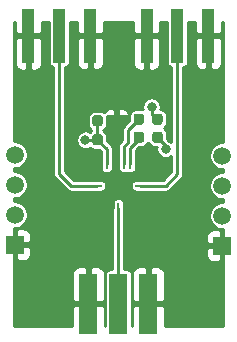
<source format=gbr>
%TF.GenerationSoftware,KiCad,Pcbnew,(5.1.6-rc1-6-g4e217d402)-1*%
%TF.CreationDate,2020-05-13T14:18:14-04:00*%
%TF.ProjectId,RF_Switch,52465f53-7769-4746-9368-2e6b69636164,rev?*%
%TF.SameCoordinates,Original*%
%TF.FileFunction,Copper,L1,Top*%
%TF.FilePolarity,Positive*%
%FSLAX46Y46*%
G04 Gerber Fmt 4.6, Leading zero omitted, Abs format (unit mm)*
G04 Created by KiCad (PCBNEW (5.1.6-rc1-6-g4e217d402)-1) date 2020-05-13 14:18:14*
%MOMM*%
%LPD*%
G01*
G04 APERTURE LIST*
%TA.AperFunction,SMDPad,CuDef*%
%ADD10R,1.500000X5.080000*%
%TD*%
%TA.AperFunction,SMDPad,CuDef*%
%ADD11R,1.520000X5.080000*%
%TD*%
%TA.AperFunction,SMDPad,CuDef*%
%ADD12R,1.000000X4.560000*%
%TD*%
%TA.AperFunction,SMDPad,CuDef*%
%ADD13R,1.000000X4.650000*%
%TD*%
%TA.AperFunction,ComponentPad*%
%ADD14R,1.500000X1.500000*%
%TD*%
%TA.AperFunction,ComponentPad*%
%ADD15C,1.500000*%
%TD*%
%TA.AperFunction,SMDPad,CuDef*%
%ADD16R,2.060000X2.060000*%
%TD*%
%TA.AperFunction,SMDPad,CuDef*%
%ADD17R,0.250000X0.810000*%
%TD*%
%TA.AperFunction,SMDPad,CuDef*%
%ADD18R,0.810000X0.250000*%
%TD*%
%TA.AperFunction,ViaPad*%
%ADD19C,0.800000*%
%TD*%
%TA.AperFunction,Conductor*%
%ADD20C,0.254000*%
%TD*%
%TA.AperFunction,Conductor*%
%ADD21C,0.250000*%
%TD*%
G04 APERTURE END LIST*
%TO.P,C2,2*%
%TO.N,GND*%
%TA.AperFunction,SMDPad,CuDef*%
G36*
G01*
X164362500Y-69756250D02*
X164362500Y-69243750D01*
G75*
G02*
X164581250Y-69025000I218750J0D01*
G01*
X165018750Y-69025000D01*
G75*
G02*
X165237500Y-69243750I0J-218750D01*
G01*
X165237500Y-69756250D01*
G75*
G02*
X165018750Y-69975000I-218750J0D01*
G01*
X164581250Y-69975000D01*
G75*
G02*
X164362500Y-69756250I0J218750D01*
G01*
G37*
%TD.AperFunction*%
%TO.P,C2,1*%
%TO.N,Net-(C1-Pad1)*%
%TA.AperFunction,SMDPad,CuDef*%
G36*
G01*
X162787500Y-69756250D02*
X162787500Y-69243750D01*
G75*
G02*
X163006250Y-69025000I218750J0D01*
G01*
X163443750Y-69025000D01*
G75*
G02*
X163662500Y-69243750I0J-218750D01*
G01*
X163662500Y-69756250D01*
G75*
G02*
X163443750Y-69975000I-218750J0D01*
G01*
X163006250Y-69975000D01*
G75*
G02*
X162787500Y-69756250I0J218750D01*
G01*
G37*
%TD.AperFunction*%
%TD*%
D10*
%TO.P,J3,2*%
%TO.N,GND*%
X162460000Y-85000000D03*
X167540000Y-85000000D03*
D11*
%TO.P,J3,1*%
%TO.N,Net-(J3-Pad1)*%
X165000000Y-85000000D03*
%TD*%
D12*
%TO.P,J4,2*%
%TO.N,GND*%
X172620000Y-62300000D03*
D13*
X167380000Y-62300000D03*
D12*
%TO.P,J4,1*%
%TO.N,Net-(J4-Pad1)*%
X170000000Y-62300000D03*
%TD*%
%TO.P,J1,2*%
%TO.N,GND*%
X162620000Y-62300000D03*
D13*
X157380000Y-62300000D03*
D12*
%TO.P,J1,1*%
%TO.N,Net-(J1-Pad1)*%
X160000000Y-62300000D03*
%TD*%
%TO.P,R2,2*%
%TO.N,Net-(R2-Pad2)*%
%TA.AperFunction,SMDPad,CuDef*%
G36*
G01*
X167162500Y-70643750D02*
X167162500Y-71156250D01*
G75*
G02*
X166943750Y-71375000I-218750J0D01*
G01*
X166506250Y-71375000D01*
G75*
G02*
X166287500Y-71156250I0J218750D01*
G01*
X166287500Y-70643750D01*
G75*
G02*
X166506250Y-70425000I218750J0D01*
G01*
X166943750Y-70425000D01*
G75*
G02*
X167162500Y-70643750I0J-218750D01*
G01*
G37*
%TD.AperFunction*%
%TO.P,R2,1*%
%TO.N,Net-(J2-Pad4)*%
%TA.AperFunction,SMDPad,CuDef*%
G36*
G01*
X168737500Y-70643750D02*
X168737500Y-71156250D01*
G75*
G02*
X168518750Y-71375000I-218750J0D01*
G01*
X168081250Y-71375000D01*
G75*
G02*
X167862500Y-71156250I0J218750D01*
G01*
X167862500Y-70643750D01*
G75*
G02*
X168081250Y-70425000I218750J0D01*
G01*
X168518750Y-70425000D01*
G75*
G02*
X168737500Y-70643750I0J-218750D01*
G01*
G37*
%TD.AperFunction*%
%TD*%
%TO.P,R1,2*%
%TO.N,Net-(R1-Pad2)*%
%TA.AperFunction,SMDPad,CuDef*%
G36*
G01*
X167160000Y-69113750D02*
X167160000Y-69626250D01*
G75*
G02*
X166941250Y-69845000I-218750J0D01*
G01*
X166503750Y-69845000D01*
G75*
G02*
X166285000Y-69626250I0J218750D01*
G01*
X166285000Y-69113750D01*
G75*
G02*
X166503750Y-68895000I218750J0D01*
G01*
X166941250Y-68895000D01*
G75*
G02*
X167160000Y-69113750I0J-218750D01*
G01*
G37*
%TD.AperFunction*%
%TO.P,R1,1*%
%TO.N,Net-(J2-Pad3)*%
%TA.AperFunction,SMDPad,CuDef*%
G36*
G01*
X168735000Y-69113750D02*
X168735000Y-69626250D01*
G75*
G02*
X168516250Y-69845000I-218750J0D01*
G01*
X168078750Y-69845000D01*
G75*
G02*
X167860000Y-69626250I0J218750D01*
G01*
X167860000Y-69113750D01*
G75*
G02*
X168078750Y-68895000I218750J0D01*
G01*
X168516250Y-68895000D01*
G75*
G02*
X168735000Y-69113750I0J-218750D01*
G01*
G37*
%TD.AperFunction*%
%TD*%
D14*
%TO.P,J5,1*%
%TO.N,GND*%
X173800000Y-80080000D03*
D15*
%TO.P,J5,2*%
%TO.N,Net-(C1-Pad1)*%
X173800000Y-77540000D03*
%TO.P,J5,3*%
%TO.N,Net-(J2-Pad3)*%
X173800000Y-75000000D03*
%TO.P,J5,4*%
%TO.N,Net-(J2-Pad4)*%
X173800000Y-72460000D03*
%TD*%
%TO.P,C1,2*%
%TO.N,GND*%
%TA.AperFunction,SMDPad,CuDef*%
G36*
G01*
X164362500Y-71356250D02*
X164362500Y-70843750D01*
G75*
G02*
X164581250Y-70625000I218750J0D01*
G01*
X165018750Y-70625000D01*
G75*
G02*
X165237500Y-70843750I0J-218750D01*
G01*
X165237500Y-71356250D01*
G75*
G02*
X165018750Y-71575000I-218750J0D01*
G01*
X164581250Y-71575000D01*
G75*
G02*
X164362500Y-71356250I0J218750D01*
G01*
G37*
%TD.AperFunction*%
%TO.P,C1,1*%
%TO.N,Net-(C1-Pad1)*%
%TA.AperFunction,SMDPad,CuDef*%
G36*
G01*
X162787500Y-71356250D02*
X162787500Y-70843750D01*
G75*
G02*
X163006250Y-70625000I218750J0D01*
G01*
X163443750Y-70625000D01*
G75*
G02*
X163662500Y-70843750I0J-218750D01*
G01*
X163662500Y-71356250D01*
G75*
G02*
X163443750Y-71575000I-218750J0D01*
G01*
X163006250Y-71575000D01*
G75*
G02*
X162787500Y-71356250I0J218750D01*
G01*
G37*
%TD.AperFunction*%
%TD*%
D16*
%TO.P,U1,0*%
%TO.N,GND*%
X165000000Y-75000000D03*
D17*
%TO.P,U1,6*%
X164000000Y-76845000D03*
%TO.P,U1,7*%
X164500000Y-76845000D03*
%TO.P,U1,8*%
%TO.N,Net-(J3-Pad1)*%
X165000000Y-76845000D03*
%TO.P,U1,9*%
%TO.N,GND*%
X165500000Y-76845000D03*
%TO.P,U1,10*%
X166000000Y-76845000D03*
%TO.P,U1,16*%
%TO.N,Net-(R2-Pad2)*%
X166000000Y-73155000D03*
%TO.P,U1,17*%
%TO.N,Net-(R1-Pad2)*%
X165500000Y-73155000D03*
%TO.P,U1,18*%
%TO.N,GND*%
X165000000Y-73155000D03*
%TO.P,U1,19*%
X164500000Y-73155000D03*
%TO.P,U1,20*%
%TO.N,Net-(C1-Pad1)*%
X164000000Y-73155000D03*
D18*
%TO.P,U1,11*%
%TO.N,GND*%
X166845000Y-76000000D03*
%TO.P,U1,12*%
X166845000Y-75500000D03*
%TO.P,U1,13*%
%TO.N,Net-(J4-Pad1)*%
X166845000Y-75000000D03*
%TO.P,U1,14*%
%TO.N,GND*%
X166845000Y-74500000D03*
%TO.P,U1,15*%
X166845000Y-74000000D03*
%TO.P,U1,5*%
X163155000Y-76000000D03*
%TO.P,U1,4*%
X163155000Y-75500000D03*
%TO.P,U1,3*%
%TO.N,Net-(J1-Pad1)*%
X163155000Y-75000000D03*
%TO.P,U1,2*%
%TO.N,GND*%
X163155000Y-74500000D03*
%TO.P,U1,1*%
X163155000Y-74000000D03*
%TD*%
D14*
%TO.P,J2,1*%
%TO.N,GND*%
X156200000Y-80000000D03*
D15*
%TO.P,J2,2*%
%TO.N,Net-(C1-Pad1)*%
X156200000Y-77460000D03*
%TO.P,J2,3*%
%TO.N,Net-(J2-Pad3)*%
X156200000Y-74920000D03*
%TO.P,J2,4*%
%TO.N,Net-(J2-Pad4)*%
X156200000Y-72380000D03*
%TD*%
D19*
%TO.N,GND*%
X157000000Y-66000000D03*
X158000000Y-66000000D03*
X162000000Y-66000000D03*
X164000000Y-66000000D03*
X166000000Y-66000000D03*
X168000000Y-66000000D03*
X172000000Y-66000000D03*
X162000000Y-73000000D03*
X162000000Y-74000000D03*
X161000000Y-81000000D03*
X162000000Y-81000000D03*
X163000000Y-81000000D03*
X167000000Y-81000000D03*
X168000000Y-81000000D03*
X169000000Y-81000000D03*
X170000000Y-82000000D03*
X170000000Y-83000000D03*
X170000000Y-84000000D03*
X170000000Y-85000000D03*
X170000000Y-86000000D03*
X160000000Y-82000000D03*
X160000000Y-83000000D03*
X160000000Y-84000000D03*
X160000000Y-85000000D03*
X160000000Y-86000000D03*
X157000000Y-67000000D03*
X158000000Y-67000000D03*
X157000000Y-68000000D03*
X158000000Y-68000000D03*
X163000000Y-66000000D03*
X165000000Y-66000000D03*
X169000000Y-66000000D03*
X167000000Y-66000000D03*
X173000000Y-66000000D03*
X171000000Y-66000000D03*
X172000000Y-67000000D03*
X173000000Y-67000000D03*
X172000000Y-68000000D03*
X173000000Y-68000000D03*
X170000000Y-81000000D03*
X160000000Y-81000000D03*
X157000000Y-69000000D03*
X158000000Y-69000000D03*
X172000000Y-69000000D03*
X173000000Y-69000000D03*
X161000000Y-66000000D03*
%TO.N,Net-(J2-Pad3)*%
X167800000Y-68300000D03*
%TO.N,Net-(J2-Pad4)*%
X169000000Y-71900000D03*
%TO.N,Net-(C1-Pad1)*%
X162200000Y-71100000D03*
%TD*%
D20*
%TO.N,Net-(J1-Pad1)*%
X160000000Y-62300000D02*
X160000000Y-74000000D01*
X160000000Y-74000000D02*
X161000000Y-75000000D01*
X161000000Y-75000000D02*
X163155000Y-75000000D01*
%TO.N,GND*%
X163155000Y-74000000D02*
X162000000Y-74000000D01*
X161970000Y-74000000D02*
X161730000Y-73760000D01*
X165000000Y-73155000D02*
X165000000Y-75000000D01*
X163155000Y-75500000D02*
X164500000Y-75500000D01*
X163155000Y-76000000D02*
X164000000Y-76000000D01*
X164000000Y-76000000D02*
X165000000Y-75000000D01*
X164000000Y-76845000D02*
X164000000Y-76000000D01*
X164500000Y-75500000D02*
X165000000Y-75000000D01*
X164500000Y-76845000D02*
X164500000Y-75500000D01*
X165500000Y-76845000D02*
X165500000Y-75500000D01*
X166000000Y-76845000D02*
X166000000Y-76000000D01*
X165500000Y-75500000D02*
X165000000Y-75000000D01*
X166845000Y-75500000D02*
X165500000Y-75500000D01*
X166000000Y-76000000D02*
X165000000Y-75000000D01*
X166845000Y-76000000D02*
X166000000Y-76000000D01*
X165500000Y-74500000D02*
X165000000Y-75000000D01*
X166845000Y-74500000D02*
X165500000Y-74500000D01*
X166000000Y-74000000D02*
X165000000Y-75000000D01*
X166845000Y-74000000D02*
X166000000Y-74000000D01*
X164500000Y-73155000D02*
X164500000Y-74500000D01*
X164000000Y-74000000D02*
X165000000Y-75000000D01*
X163155000Y-74000000D02*
X164000000Y-74000000D01*
X164500000Y-74500000D02*
X165000000Y-75000000D01*
X163155000Y-74500000D02*
X164500000Y-74500000D01*
X162000000Y-74000000D02*
X161970000Y-74000000D01*
%TO.N,Net-(J2-Pad3)*%
X167800000Y-68300000D02*
X167800000Y-69000000D01*
D21*
X168170000Y-69370000D02*
X167800000Y-69000000D01*
X168297500Y-69370000D02*
X168170000Y-69370000D01*
D20*
%TO.N,Net-(J2-Pad4)*%
X169000000Y-71600000D02*
X168300000Y-70900000D01*
X169000000Y-71900000D02*
X169000000Y-71600000D01*
%TO.N,Net-(J3-Pad1)*%
X165000000Y-85000000D02*
X165000000Y-76845000D01*
%TO.N,Net-(J4-Pad1)*%
X170000000Y-62300000D02*
X170000000Y-74000000D01*
X170000000Y-74000000D02*
X169000000Y-75000000D01*
X167400000Y-75000000D02*
X166845000Y-75000000D01*
X169000000Y-75000000D02*
X167400000Y-75000000D01*
%TO.N,Net-(C1-Pad1)*%
X164000000Y-71875000D02*
X163225000Y-71100000D01*
X164000000Y-73155000D02*
X164000000Y-71875000D01*
X163225000Y-71100000D02*
X163225000Y-69500000D01*
X162200000Y-71100000D02*
X163225000Y-71100000D01*
%TO.N,Net-(R1-Pad2)*%
X165800000Y-71346824D02*
X165800000Y-70425000D01*
X165500000Y-73155000D02*
X165500000Y-71646824D01*
X165500000Y-71646824D02*
X165800000Y-71346824D01*
D21*
X165800000Y-70292500D02*
X166722500Y-69370000D01*
X165800000Y-70425000D02*
X165800000Y-70292500D01*
D20*
%TO.N,Net-(R2-Pad2)*%
X166725000Y-71063891D02*
X166725000Y-70900000D01*
X166000000Y-71788891D02*
X166725000Y-71063891D01*
X166000000Y-73155000D02*
X166000000Y-71788891D01*
%TD*%
%TO.N,GND*%
G36*
X171485000Y-62014250D02*
G01*
X171643750Y-62173000D01*
X172493000Y-62173000D01*
X172493000Y-62153000D01*
X172747000Y-62153000D01*
X172747000Y-62173000D01*
X173596250Y-62173000D01*
X173755000Y-62014250D01*
X173756367Y-61127000D01*
X173873000Y-61127000D01*
X173873000Y-71329000D01*
X173688606Y-71329000D01*
X173470100Y-71372464D01*
X173264271Y-71457721D01*
X173079030Y-71581495D01*
X172921495Y-71739030D01*
X172797721Y-71924271D01*
X172712464Y-72130100D01*
X172669000Y-72348606D01*
X172669000Y-72571394D01*
X172712464Y-72789900D01*
X172797721Y-72995729D01*
X172921495Y-73180970D01*
X173079030Y-73338505D01*
X173264271Y-73462279D01*
X173470100Y-73547536D01*
X173688606Y-73591000D01*
X173873000Y-73591000D01*
X173873000Y-73869000D01*
X173688606Y-73869000D01*
X173470100Y-73912464D01*
X173264271Y-73997721D01*
X173079030Y-74121495D01*
X172921495Y-74279030D01*
X172797721Y-74464271D01*
X172712464Y-74670100D01*
X172669000Y-74888606D01*
X172669000Y-75111394D01*
X172712464Y-75329900D01*
X172797721Y-75535729D01*
X172921495Y-75720970D01*
X173079030Y-75878505D01*
X173264271Y-76002279D01*
X173470100Y-76087536D01*
X173688606Y-76131000D01*
X173873000Y-76131000D01*
X173873000Y-76409000D01*
X173688606Y-76409000D01*
X173470100Y-76452464D01*
X173264271Y-76537721D01*
X173079030Y-76661495D01*
X172921495Y-76819030D01*
X172797721Y-77004271D01*
X172712464Y-77210100D01*
X172669000Y-77428606D01*
X172669000Y-77651394D01*
X172712464Y-77869900D01*
X172797721Y-78075729D01*
X172921495Y-78260970D01*
X173079030Y-78418505D01*
X173264271Y-78542279D01*
X173470100Y-78627536D01*
X173688606Y-78671000D01*
X173873000Y-78671000D01*
X173873000Y-86873000D01*
X168927163Y-86873000D01*
X168925000Y-85285750D01*
X168766250Y-85127000D01*
X167667000Y-85127000D01*
X167667000Y-85147000D01*
X167413000Y-85147000D01*
X167413000Y-85127000D01*
X166313750Y-85127000D01*
X166155000Y-85285750D01*
X166152837Y-86873000D01*
X166142843Y-86873000D01*
X166142843Y-82460000D01*
X166151928Y-82460000D01*
X166155000Y-84714250D01*
X166313750Y-84873000D01*
X167413000Y-84873000D01*
X167413000Y-81983750D01*
X167667000Y-81983750D01*
X167667000Y-84873000D01*
X168766250Y-84873000D01*
X168925000Y-84714250D01*
X168928072Y-82460000D01*
X168915812Y-82335518D01*
X168879502Y-82215820D01*
X168820537Y-82105506D01*
X168741185Y-82008815D01*
X168644494Y-81929463D01*
X168534180Y-81870498D01*
X168414482Y-81834188D01*
X168290000Y-81821928D01*
X167825750Y-81825000D01*
X167667000Y-81983750D01*
X167413000Y-81983750D01*
X167254250Y-81825000D01*
X166790000Y-81821928D01*
X166665518Y-81834188D01*
X166545820Y-81870498D01*
X166435506Y-81929463D01*
X166338815Y-82008815D01*
X166259463Y-82105506D01*
X166200498Y-82215820D01*
X166164188Y-82335518D01*
X166151928Y-82460000D01*
X166142843Y-82460000D01*
X166135487Y-82385311D01*
X166113701Y-82313492D01*
X166078322Y-82247304D01*
X166030711Y-82189289D01*
X165972696Y-82141678D01*
X165906508Y-82106299D01*
X165834689Y-82084513D01*
X165760000Y-82077157D01*
X165508000Y-82077157D01*
X165508000Y-80830000D01*
X172411928Y-80830000D01*
X172424188Y-80954482D01*
X172460498Y-81074180D01*
X172519463Y-81184494D01*
X172598815Y-81281185D01*
X172695506Y-81360537D01*
X172805820Y-81419502D01*
X172925518Y-81455812D01*
X173050000Y-81468072D01*
X173514250Y-81465000D01*
X173673000Y-81306250D01*
X173673000Y-80207000D01*
X172573750Y-80207000D01*
X172415000Y-80365750D01*
X172411928Y-80830000D01*
X165508000Y-80830000D01*
X165508000Y-79330000D01*
X172411928Y-79330000D01*
X172415000Y-79794250D01*
X172573750Y-79953000D01*
X173673000Y-79953000D01*
X173673000Y-78853750D01*
X173514250Y-78695000D01*
X173050000Y-78691928D01*
X172925518Y-78704188D01*
X172805820Y-78740498D01*
X172695506Y-78799463D01*
X172598815Y-78878815D01*
X172519463Y-78975506D01*
X172460498Y-79085820D01*
X172424188Y-79205518D01*
X172411928Y-79330000D01*
X165508000Y-79330000D01*
X165508000Y-77885000D01*
X165627002Y-77885000D01*
X165627002Y-77853252D01*
X165658750Y-77885000D01*
X165750000Y-77874372D01*
X165841250Y-77885000D01*
X165905249Y-77821001D01*
X165991785Y-77772115D01*
X166020852Y-77747102D01*
X166158750Y-77885000D01*
X166264060Y-77872734D01*
X166382878Y-77833639D01*
X166491785Y-77772115D01*
X166586597Y-77690527D01*
X166663670Y-77592009D01*
X166720043Y-77480348D01*
X166753548Y-77359835D01*
X166762898Y-77235101D01*
X166760000Y-77130750D01*
X166601250Y-76972000D01*
X165875000Y-76972000D01*
X165875000Y-76718000D01*
X166205605Y-76718000D01*
X166209652Y-76720043D01*
X166330165Y-76753548D01*
X166454899Y-76762898D01*
X166559250Y-76760000D01*
X166760000Y-76559250D01*
X166762898Y-76454899D01*
X166753548Y-76330165D01*
X166720043Y-76209652D01*
X166718000Y-76205605D01*
X166718000Y-75875000D01*
X166972000Y-75875000D01*
X166972000Y-76601250D01*
X167130750Y-76760000D01*
X167235101Y-76762898D01*
X167359835Y-76753548D01*
X167480348Y-76720043D01*
X167592009Y-76663670D01*
X167690527Y-76586597D01*
X167772115Y-76491785D01*
X167833639Y-76382878D01*
X167872734Y-76264060D01*
X167885000Y-76158750D01*
X167747102Y-76020852D01*
X167772115Y-75991785D01*
X167821001Y-75905249D01*
X167885000Y-75841250D01*
X167874372Y-75750000D01*
X167885000Y-75658750D01*
X167853252Y-75627002D01*
X167885000Y-75627002D01*
X167885000Y-75508000D01*
X168975056Y-75508000D01*
X169000000Y-75510457D01*
X169024944Y-75508000D01*
X169024947Y-75508000D01*
X169099585Y-75500649D01*
X169195343Y-75471601D01*
X169283595Y-75424429D01*
X169360948Y-75360948D01*
X169376855Y-75341565D01*
X170341565Y-74376855D01*
X170360948Y-74360948D01*
X170424429Y-74283595D01*
X170471601Y-74195343D01*
X170500649Y-74099585D01*
X170508000Y-74024947D01*
X170508000Y-74024944D01*
X170510457Y-74000000D01*
X170508000Y-73975056D01*
X170508000Y-64962055D01*
X170574689Y-64955487D01*
X170646508Y-64933701D01*
X170712696Y-64898322D01*
X170770711Y-64850711D01*
X170818322Y-64792696D01*
X170853701Y-64726508D01*
X170875487Y-64654689D01*
X170882843Y-64580000D01*
X171481928Y-64580000D01*
X171494188Y-64704482D01*
X171530498Y-64824180D01*
X171589463Y-64934494D01*
X171668815Y-65031185D01*
X171765506Y-65110537D01*
X171875820Y-65169502D01*
X171995518Y-65205812D01*
X172120000Y-65218072D01*
X172334250Y-65215000D01*
X172493000Y-65056250D01*
X172493000Y-62427000D01*
X172747000Y-62427000D01*
X172747000Y-65056250D01*
X172905750Y-65215000D01*
X173120000Y-65218072D01*
X173244482Y-65205812D01*
X173364180Y-65169502D01*
X173474494Y-65110537D01*
X173571185Y-65031185D01*
X173650537Y-64934494D01*
X173709502Y-64824180D01*
X173745812Y-64704482D01*
X173758072Y-64580000D01*
X173755000Y-62585750D01*
X173596250Y-62427000D01*
X172747000Y-62427000D01*
X172493000Y-62427000D01*
X171643750Y-62427000D01*
X171485000Y-62585750D01*
X171481928Y-64580000D01*
X170882843Y-64580000D01*
X170882843Y-61127000D01*
X171483633Y-61127000D01*
X171485000Y-62014250D01*
G37*
X171485000Y-62014250D02*
X171643750Y-62173000D01*
X172493000Y-62173000D01*
X172493000Y-62153000D01*
X172747000Y-62153000D01*
X172747000Y-62173000D01*
X173596250Y-62173000D01*
X173755000Y-62014250D01*
X173756367Y-61127000D01*
X173873000Y-61127000D01*
X173873000Y-71329000D01*
X173688606Y-71329000D01*
X173470100Y-71372464D01*
X173264271Y-71457721D01*
X173079030Y-71581495D01*
X172921495Y-71739030D01*
X172797721Y-71924271D01*
X172712464Y-72130100D01*
X172669000Y-72348606D01*
X172669000Y-72571394D01*
X172712464Y-72789900D01*
X172797721Y-72995729D01*
X172921495Y-73180970D01*
X173079030Y-73338505D01*
X173264271Y-73462279D01*
X173470100Y-73547536D01*
X173688606Y-73591000D01*
X173873000Y-73591000D01*
X173873000Y-73869000D01*
X173688606Y-73869000D01*
X173470100Y-73912464D01*
X173264271Y-73997721D01*
X173079030Y-74121495D01*
X172921495Y-74279030D01*
X172797721Y-74464271D01*
X172712464Y-74670100D01*
X172669000Y-74888606D01*
X172669000Y-75111394D01*
X172712464Y-75329900D01*
X172797721Y-75535729D01*
X172921495Y-75720970D01*
X173079030Y-75878505D01*
X173264271Y-76002279D01*
X173470100Y-76087536D01*
X173688606Y-76131000D01*
X173873000Y-76131000D01*
X173873000Y-76409000D01*
X173688606Y-76409000D01*
X173470100Y-76452464D01*
X173264271Y-76537721D01*
X173079030Y-76661495D01*
X172921495Y-76819030D01*
X172797721Y-77004271D01*
X172712464Y-77210100D01*
X172669000Y-77428606D01*
X172669000Y-77651394D01*
X172712464Y-77869900D01*
X172797721Y-78075729D01*
X172921495Y-78260970D01*
X173079030Y-78418505D01*
X173264271Y-78542279D01*
X173470100Y-78627536D01*
X173688606Y-78671000D01*
X173873000Y-78671000D01*
X173873000Y-86873000D01*
X168927163Y-86873000D01*
X168925000Y-85285750D01*
X168766250Y-85127000D01*
X167667000Y-85127000D01*
X167667000Y-85147000D01*
X167413000Y-85147000D01*
X167413000Y-85127000D01*
X166313750Y-85127000D01*
X166155000Y-85285750D01*
X166152837Y-86873000D01*
X166142843Y-86873000D01*
X166142843Y-82460000D01*
X166151928Y-82460000D01*
X166155000Y-84714250D01*
X166313750Y-84873000D01*
X167413000Y-84873000D01*
X167413000Y-81983750D01*
X167667000Y-81983750D01*
X167667000Y-84873000D01*
X168766250Y-84873000D01*
X168925000Y-84714250D01*
X168928072Y-82460000D01*
X168915812Y-82335518D01*
X168879502Y-82215820D01*
X168820537Y-82105506D01*
X168741185Y-82008815D01*
X168644494Y-81929463D01*
X168534180Y-81870498D01*
X168414482Y-81834188D01*
X168290000Y-81821928D01*
X167825750Y-81825000D01*
X167667000Y-81983750D01*
X167413000Y-81983750D01*
X167254250Y-81825000D01*
X166790000Y-81821928D01*
X166665518Y-81834188D01*
X166545820Y-81870498D01*
X166435506Y-81929463D01*
X166338815Y-82008815D01*
X166259463Y-82105506D01*
X166200498Y-82215820D01*
X166164188Y-82335518D01*
X166151928Y-82460000D01*
X166142843Y-82460000D01*
X166135487Y-82385311D01*
X166113701Y-82313492D01*
X166078322Y-82247304D01*
X166030711Y-82189289D01*
X165972696Y-82141678D01*
X165906508Y-82106299D01*
X165834689Y-82084513D01*
X165760000Y-82077157D01*
X165508000Y-82077157D01*
X165508000Y-80830000D01*
X172411928Y-80830000D01*
X172424188Y-80954482D01*
X172460498Y-81074180D01*
X172519463Y-81184494D01*
X172598815Y-81281185D01*
X172695506Y-81360537D01*
X172805820Y-81419502D01*
X172925518Y-81455812D01*
X173050000Y-81468072D01*
X173514250Y-81465000D01*
X173673000Y-81306250D01*
X173673000Y-80207000D01*
X172573750Y-80207000D01*
X172415000Y-80365750D01*
X172411928Y-80830000D01*
X165508000Y-80830000D01*
X165508000Y-79330000D01*
X172411928Y-79330000D01*
X172415000Y-79794250D01*
X172573750Y-79953000D01*
X173673000Y-79953000D01*
X173673000Y-78853750D01*
X173514250Y-78695000D01*
X173050000Y-78691928D01*
X172925518Y-78704188D01*
X172805820Y-78740498D01*
X172695506Y-78799463D01*
X172598815Y-78878815D01*
X172519463Y-78975506D01*
X172460498Y-79085820D01*
X172424188Y-79205518D01*
X172411928Y-79330000D01*
X165508000Y-79330000D01*
X165508000Y-77885000D01*
X165627002Y-77885000D01*
X165627002Y-77853252D01*
X165658750Y-77885000D01*
X165750000Y-77874372D01*
X165841250Y-77885000D01*
X165905249Y-77821001D01*
X165991785Y-77772115D01*
X166020852Y-77747102D01*
X166158750Y-77885000D01*
X166264060Y-77872734D01*
X166382878Y-77833639D01*
X166491785Y-77772115D01*
X166586597Y-77690527D01*
X166663670Y-77592009D01*
X166720043Y-77480348D01*
X166753548Y-77359835D01*
X166762898Y-77235101D01*
X166760000Y-77130750D01*
X166601250Y-76972000D01*
X165875000Y-76972000D01*
X165875000Y-76718000D01*
X166205605Y-76718000D01*
X166209652Y-76720043D01*
X166330165Y-76753548D01*
X166454899Y-76762898D01*
X166559250Y-76760000D01*
X166760000Y-76559250D01*
X166762898Y-76454899D01*
X166753548Y-76330165D01*
X166720043Y-76209652D01*
X166718000Y-76205605D01*
X166718000Y-75875000D01*
X166972000Y-75875000D01*
X166972000Y-76601250D01*
X167130750Y-76760000D01*
X167235101Y-76762898D01*
X167359835Y-76753548D01*
X167480348Y-76720043D01*
X167592009Y-76663670D01*
X167690527Y-76586597D01*
X167772115Y-76491785D01*
X167833639Y-76382878D01*
X167872734Y-76264060D01*
X167885000Y-76158750D01*
X167747102Y-76020852D01*
X167772115Y-75991785D01*
X167821001Y-75905249D01*
X167885000Y-75841250D01*
X167874372Y-75750000D01*
X167885000Y-75658750D01*
X167853252Y-75627002D01*
X167885000Y-75627002D01*
X167885000Y-75508000D01*
X168975056Y-75508000D01*
X169000000Y-75510457D01*
X169024944Y-75508000D01*
X169024947Y-75508000D01*
X169099585Y-75500649D01*
X169195343Y-75471601D01*
X169283595Y-75424429D01*
X169360948Y-75360948D01*
X169376855Y-75341565D01*
X170341565Y-74376855D01*
X170360948Y-74360948D01*
X170424429Y-74283595D01*
X170471601Y-74195343D01*
X170500649Y-74099585D01*
X170508000Y-74024947D01*
X170508000Y-74024944D01*
X170510457Y-74000000D01*
X170508000Y-73975056D01*
X170508000Y-64962055D01*
X170574689Y-64955487D01*
X170646508Y-64933701D01*
X170712696Y-64898322D01*
X170770711Y-64850711D01*
X170818322Y-64792696D01*
X170853701Y-64726508D01*
X170875487Y-64654689D01*
X170882843Y-64580000D01*
X171481928Y-64580000D01*
X171494188Y-64704482D01*
X171530498Y-64824180D01*
X171589463Y-64934494D01*
X171668815Y-65031185D01*
X171765506Y-65110537D01*
X171875820Y-65169502D01*
X171995518Y-65205812D01*
X172120000Y-65218072D01*
X172334250Y-65215000D01*
X172493000Y-65056250D01*
X172493000Y-62427000D01*
X172747000Y-62427000D01*
X172747000Y-65056250D01*
X172905750Y-65215000D01*
X173120000Y-65218072D01*
X173244482Y-65205812D01*
X173364180Y-65169502D01*
X173474494Y-65110537D01*
X173571185Y-65031185D01*
X173650537Y-64934494D01*
X173709502Y-64824180D01*
X173745812Y-64704482D01*
X173758072Y-64580000D01*
X173755000Y-62585750D01*
X173596250Y-62427000D01*
X172747000Y-62427000D01*
X172493000Y-62427000D01*
X171643750Y-62427000D01*
X171485000Y-62585750D01*
X171481928Y-64580000D01*
X170882843Y-64580000D01*
X170882843Y-61127000D01*
X171483633Y-61127000D01*
X171485000Y-62014250D01*
G36*
X156245000Y-62014250D02*
G01*
X156403750Y-62173000D01*
X157253000Y-62173000D01*
X157253000Y-62153000D01*
X157507000Y-62153000D01*
X157507000Y-62173000D01*
X158356250Y-62173000D01*
X158515000Y-62014250D01*
X158516337Y-61127000D01*
X159117157Y-61127000D01*
X159117157Y-64580000D01*
X159124513Y-64654689D01*
X159146299Y-64726508D01*
X159181678Y-64792696D01*
X159229289Y-64850711D01*
X159287304Y-64898322D01*
X159353492Y-64933701D01*
X159425311Y-64955487D01*
X159492000Y-64962055D01*
X159492001Y-73975046D01*
X159489543Y-74000000D01*
X159497631Y-74082115D01*
X159499352Y-74099585D01*
X159512716Y-74143639D01*
X159528400Y-74195343D01*
X159575571Y-74283595D01*
X159623150Y-74341570D01*
X159639053Y-74360948D01*
X159658430Y-74376850D01*
X160623145Y-75341565D01*
X160639052Y-75360948D01*
X160716405Y-75424429D01*
X160804657Y-75471601D01*
X160900415Y-75500649D01*
X160975053Y-75508000D01*
X160975056Y-75508000D01*
X161000000Y-75510457D01*
X161024944Y-75508000D01*
X162115000Y-75508000D01*
X162115000Y-75627002D01*
X162146748Y-75627002D01*
X162115000Y-75658750D01*
X162125628Y-75750000D01*
X162115000Y-75841250D01*
X162178999Y-75905249D01*
X162227885Y-75991785D01*
X162252898Y-76020852D01*
X162115000Y-76158750D01*
X162127266Y-76264060D01*
X162166361Y-76382878D01*
X162227885Y-76491785D01*
X162309473Y-76586597D01*
X162407991Y-76663670D01*
X162519652Y-76720043D01*
X162640165Y-76753548D01*
X162764899Y-76762898D01*
X162869250Y-76760000D01*
X163028000Y-76601250D01*
X163028000Y-75875000D01*
X163282000Y-75875000D01*
X163282000Y-76205605D01*
X163279957Y-76209652D01*
X163246452Y-76330165D01*
X163237102Y-76454899D01*
X163240000Y-76559250D01*
X163440750Y-76760000D01*
X163545101Y-76762898D01*
X163669835Y-76753548D01*
X163790348Y-76720043D01*
X163794395Y-76718000D01*
X164125000Y-76718000D01*
X164125000Y-76972000D01*
X163398750Y-76972000D01*
X163240000Y-77130750D01*
X163237102Y-77235101D01*
X163246452Y-77359835D01*
X163279957Y-77480348D01*
X163336330Y-77592009D01*
X163413403Y-77690527D01*
X163508215Y-77772115D01*
X163617122Y-77833639D01*
X163735940Y-77872734D01*
X163841250Y-77885000D01*
X163979148Y-77747102D01*
X164008215Y-77772115D01*
X164094751Y-77821001D01*
X164158750Y-77885000D01*
X164250000Y-77874372D01*
X164341250Y-77885000D01*
X164372998Y-77853252D01*
X164372998Y-77885000D01*
X164492001Y-77885000D01*
X164492000Y-82077157D01*
X164240000Y-82077157D01*
X164165311Y-82084513D01*
X164093492Y-82106299D01*
X164027304Y-82141678D01*
X163969289Y-82189289D01*
X163921678Y-82247304D01*
X163886299Y-82313492D01*
X163864513Y-82385311D01*
X163857157Y-82460000D01*
X163857157Y-86873000D01*
X163847163Y-86873000D01*
X163845000Y-85285750D01*
X163686250Y-85127000D01*
X162587000Y-85127000D01*
X162587000Y-85147000D01*
X162333000Y-85147000D01*
X162333000Y-85127000D01*
X161233750Y-85127000D01*
X161075000Y-85285750D01*
X161072837Y-86873000D01*
X156127000Y-86873000D01*
X156127000Y-82460000D01*
X161071928Y-82460000D01*
X161075000Y-84714250D01*
X161233750Y-84873000D01*
X162333000Y-84873000D01*
X162333000Y-81983750D01*
X162587000Y-81983750D01*
X162587000Y-84873000D01*
X163686250Y-84873000D01*
X163845000Y-84714250D01*
X163848072Y-82460000D01*
X163835812Y-82335518D01*
X163799502Y-82215820D01*
X163740537Y-82105506D01*
X163661185Y-82008815D01*
X163564494Y-81929463D01*
X163454180Y-81870498D01*
X163334482Y-81834188D01*
X163210000Y-81821928D01*
X162745750Y-81825000D01*
X162587000Y-81983750D01*
X162333000Y-81983750D01*
X162174250Y-81825000D01*
X161710000Y-81821928D01*
X161585518Y-81834188D01*
X161465820Y-81870498D01*
X161355506Y-81929463D01*
X161258815Y-82008815D01*
X161179463Y-82105506D01*
X161120498Y-82215820D01*
X161084188Y-82335518D01*
X161071928Y-82460000D01*
X156127000Y-82460000D01*
X156127000Y-80127000D01*
X156327000Y-80127000D01*
X156327000Y-81226250D01*
X156485750Y-81385000D01*
X156950000Y-81388072D01*
X157074482Y-81375812D01*
X157194180Y-81339502D01*
X157304494Y-81280537D01*
X157401185Y-81201185D01*
X157480537Y-81104494D01*
X157539502Y-80994180D01*
X157575812Y-80874482D01*
X157588072Y-80750000D01*
X157585000Y-80285750D01*
X157426250Y-80127000D01*
X156327000Y-80127000D01*
X156127000Y-80127000D01*
X156127000Y-78773750D01*
X156327000Y-78773750D01*
X156327000Y-79873000D01*
X157426250Y-79873000D01*
X157585000Y-79714250D01*
X157588072Y-79250000D01*
X157575812Y-79125518D01*
X157539502Y-79005820D01*
X157480537Y-78895506D01*
X157401185Y-78798815D01*
X157304494Y-78719463D01*
X157194180Y-78660498D01*
X157074482Y-78624188D01*
X156950000Y-78611928D01*
X156485750Y-78615000D01*
X156327000Y-78773750D01*
X156127000Y-78773750D01*
X156127000Y-78591000D01*
X156311394Y-78591000D01*
X156529900Y-78547536D01*
X156735729Y-78462279D01*
X156920970Y-78338505D01*
X157078505Y-78180970D01*
X157202279Y-77995729D01*
X157287536Y-77789900D01*
X157331000Y-77571394D01*
X157331000Y-77348606D01*
X157287536Y-77130100D01*
X157202279Y-76924271D01*
X157078505Y-76739030D01*
X156920970Y-76581495D01*
X156735729Y-76457721D01*
X156529900Y-76372464D01*
X156311394Y-76329000D01*
X156127000Y-76329000D01*
X156127000Y-76051000D01*
X156311394Y-76051000D01*
X156529900Y-76007536D01*
X156735729Y-75922279D01*
X156920970Y-75798505D01*
X157078505Y-75640970D01*
X157202279Y-75455729D01*
X157287536Y-75249900D01*
X157331000Y-75031394D01*
X157331000Y-74808606D01*
X157287536Y-74590100D01*
X157202279Y-74384271D01*
X157078505Y-74199030D01*
X156920970Y-74041495D01*
X156735729Y-73917721D01*
X156529900Y-73832464D01*
X156311394Y-73789000D01*
X156127000Y-73789000D01*
X156127000Y-73511000D01*
X156311394Y-73511000D01*
X156529900Y-73467536D01*
X156735729Y-73382279D01*
X156920970Y-73258505D01*
X157078505Y-73100970D01*
X157202279Y-72915729D01*
X157287536Y-72709900D01*
X157331000Y-72491394D01*
X157331000Y-72268606D01*
X157287536Y-72050100D01*
X157202279Y-71844271D01*
X157078505Y-71659030D01*
X156920970Y-71501495D01*
X156735729Y-71377721D01*
X156529900Y-71292464D01*
X156311394Y-71249000D01*
X156127000Y-71249000D01*
X156127000Y-64625000D01*
X156241928Y-64625000D01*
X156254188Y-64749482D01*
X156290498Y-64869180D01*
X156349463Y-64979494D01*
X156428815Y-65076185D01*
X156525506Y-65155537D01*
X156635820Y-65214502D01*
X156755518Y-65250812D01*
X156880000Y-65263072D01*
X157094250Y-65260000D01*
X157253000Y-65101250D01*
X157253000Y-62427000D01*
X157507000Y-62427000D01*
X157507000Y-65101250D01*
X157665750Y-65260000D01*
X157880000Y-65263072D01*
X158004482Y-65250812D01*
X158124180Y-65214502D01*
X158234494Y-65155537D01*
X158331185Y-65076185D01*
X158410537Y-64979494D01*
X158469502Y-64869180D01*
X158505812Y-64749482D01*
X158518072Y-64625000D01*
X158515000Y-62585750D01*
X158356250Y-62427000D01*
X157507000Y-62427000D01*
X157253000Y-62427000D01*
X156403750Y-62427000D01*
X156245000Y-62585750D01*
X156241928Y-64625000D01*
X156127000Y-64625000D01*
X156127000Y-61127000D01*
X156243663Y-61127000D01*
X156245000Y-62014250D01*
G37*
X156245000Y-62014250D02*
X156403750Y-62173000D01*
X157253000Y-62173000D01*
X157253000Y-62153000D01*
X157507000Y-62153000D01*
X157507000Y-62173000D01*
X158356250Y-62173000D01*
X158515000Y-62014250D01*
X158516337Y-61127000D01*
X159117157Y-61127000D01*
X159117157Y-64580000D01*
X159124513Y-64654689D01*
X159146299Y-64726508D01*
X159181678Y-64792696D01*
X159229289Y-64850711D01*
X159287304Y-64898322D01*
X159353492Y-64933701D01*
X159425311Y-64955487D01*
X159492000Y-64962055D01*
X159492001Y-73975046D01*
X159489543Y-74000000D01*
X159497631Y-74082115D01*
X159499352Y-74099585D01*
X159512716Y-74143639D01*
X159528400Y-74195343D01*
X159575571Y-74283595D01*
X159623150Y-74341570D01*
X159639053Y-74360948D01*
X159658430Y-74376850D01*
X160623145Y-75341565D01*
X160639052Y-75360948D01*
X160716405Y-75424429D01*
X160804657Y-75471601D01*
X160900415Y-75500649D01*
X160975053Y-75508000D01*
X160975056Y-75508000D01*
X161000000Y-75510457D01*
X161024944Y-75508000D01*
X162115000Y-75508000D01*
X162115000Y-75627002D01*
X162146748Y-75627002D01*
X162115000Y-75658750D01*
X162125628Y-75750000D01*
X162115000Y-75841250D01*
X162178999Y-75905249D01*
X162227885Y-75991785D01*
X162252898Y-76020852D01*
X162115000Y-76158750D01*
X162127266Y-76264060D01*
X162166361Y-76382878D01*
X162227885Y-76491785D01*
X162309473Y-76586597D01*
X162407991Y-76663670D01*
X162519652Y-76720043D01*
X162640165Y-76753548D01*
X162764899Y-76762898D01*
X162869250Y-76760000D01*
X163028000Y-76601250D01*
X163028000Y-75875000D01*
X163282000Y-75875000D01*
X163282000Y-76205605D01*
X163279957Y-76209652D01*
X163246452Y-76330165D01*
X163237102Y-76454899D01*
X163240000Y-76559250D01*
X163440750Y-76760000D01*
X163545101Y-76762898D01*
X163669835Y-76753548D01*
X163790348Y-76720043D01*
X163794395Y-76718000D01*
X164125000Y-76718000D01*
X164125000Y-76972000D01*
X163398750Y-76972000D01*
X163240000Y-77130750D01*
X163237102Y-77235101D01*
X163246452Y-77359835D01*
X163279957Y-77480348D01*
X163336330Y-77592009D01*
X163413403Y-77690527D01*
X163508215Y-77772115D01*
X163617122Y-77833639D01*
X163735940Y-77872734D01*
X163841250Y-77885000D01*
X163979148Y-77747102D01*
X164008215Y-77772115D01*
X164094751Y-77821001D01*
X164158750Y-77885000D01*
X164250000Y-77874372D01*
X164341250Y-77885000D01*
X164372998Y-77853252D01*
X164372998Y-77885000D01*
X164492001Y-77885000D01*
X164492000Y-82077157D01*
X164240000Y-82077157D01*
X164165311Y-82084513D01*
X164093492Y-82106299D01*
X164027304Y-82141678D01*
X163969289Y-82189289D01*
X163921678Y-82247304D01*
X163886299Y-82313492D01*
X163864513Y-82385311D01*
X163857157Y-82460000D01*
X163857157Y-86873000D01*
X163847163Y-86873000D01*
X163845000Y-85285750D01*
X163686250Y-85127000D01*
X162587000Y-85127000D01*
X162587000Y-85147000D01*
X162333000Y-85147000D01*
X162333000Y-85127000D01*
X161233750Y-85127000D01*
X161075000Y-85285750D01*
X161072837Y-86873000D01*
X156127000Y-86873000D01*
X156127000Y-82460000D01*
X161071928Y-82460000D01*
X161075000Y-84714250D01*
X161233750Y-84873000D01*
X162333000Y-84873000D01*
X162333000Y-81983750D01*
X162587000Y-81983750D01*
X162587000Y-84873000D01*
X163686250Y-84873000D01*
X163845000Y-84714250D01*
X163848072Y-82460000D01*
X163835812Y-82335518D01*
X163799502Y-82215820D01*
X163740537Y-82105506D01*
X163661185Y-82008815D01*
X163564494Y-81929463D01*
X163454180Y-81870498D01*
X163334482Y-81834188D01*
X163210000Y-81821928D01*
X162745750Y-81825000D01*
X162587000Y-81983750D01*
X162333000Y-81983750D01*
X162174250Y-81825000D01*
X161710000Y-81821928D01*
X161585518Y-81834188D01*
X161465820Y-81870498D01*
X161355506Y-81929463D01*
X161258815Y-82008815D01*
X161179463Y-82105506D01*
X161120498Y-82215820D01*
X161084188Y-82335518D01*
X161071928Y-82460000D01*
X156127000Y-82460000D01*
X156127000Y-80127000D01*
X156327000Y-80127000D01*
X156327000Y-81226250D01*
X156485750Y-81385000D01*
X156950000Y-81388072D01*
X157074482Y-81375812D01*
X157194180Y-81339502D01*
X157304494Y-81280537D01*
X157401185Y-81201185D01*
X157480537Y-81104494D01*
X157539502Y-80994180D01*
X157575812Y-80874482D01*
X157588072Y-80750000D01*
X157585000Y-80285750D01*
X157426250Y-80127000D01*
X156327000Y-80127000D01*
X156127000Y-80127000D01*
X156127000Y-78773750D01*
X156327000Y-78773750D01*
X156327000Y-79873000D01*
X157426250Y-79873000D01*
X157585000Y-79714250D01*
X157588072Y-79250000D01*
X157575812Y-79125518D01*
X157539502Y-79005820D01*
X157480537Y-78895506D01*
X157401185Y-78798815D01*
X157304494Y-78719463D01*
X157194180Y-78660498D01*
X157074482Y-78624188D01*
X156950000Y-78611928D01*
X156485750Y-78615000D01*
X156327000Y-78773750D01*
X156127000Y-78773750D01*
X156127000Y-78591000D01*
X156311394Y-78591000D01*
X156529900Y-78547536D01*
X156735729Y-78462279D01*
X156920970Y-78338505D01*
X157078505Y-78180970D01*
X157202279Y-77995729D01*
X157287536Y-77789900D01*
X157331000Y-77571394D01*
X157331000Y-77348606D01*
X157287536Y-77130100D01*
X157202279Y-76924271D01*
X157078505Y-76739030D01*
X156920970Y-76581495D01*
X156735729Y-76457721D01*
X156529900Y-76372464D01*
X156311394Y-76329000D01*
X156127000Y-76329000D01*
X156127000Y-76051000D01*
X156311394Y-76051000D01*
X156529900Y-76007536D01*
X156735729Y-75922279D01*
X156920970Y-75798505D01*
X157078505Y-75640970D01*
X157202279Y-75455729D01*
X157287536Y-75249900D01*
X157331000Y-75031394D01*
X157331000Y-74808606D01*
X157287536Y-74590100D01*
X157202279Y-74384271D01*
X157078505Y-74199030D01*
X156920970Y-74041495D01*
X156735729Y-73917721D01*
X156529900Y-73832464D01*
X156311394Y-73789000D01*
X156127000Y-73789000D01*
X156127000Y-73511000D01*
X156311394Y-73511000D01*
X156529900Y-73467536D01*
X156735729Y-73382279D01*
X156920970Y-73258505D01*
X157078505Y-73100970D01*
X157202279Y-72915729D01*
X157287536Y-72709900D01*
X157331000Y-72491394D01*
X157331000Y-72268606D01*
X157287536Y-72050100D01*
X157202279Y-71844271D01*
X157078505Y-71659030D01*
X156920970Y-71501495D01*
X156735729Y-71377721D01*
X156529900Y-71292464D01*
X156311394Y-71249000D01*
X156127000Y-71249000D01*
X156127000Y-64625000D01*
X156241928Y-64625000D01*
X156254188Y-64749482D01*
X156290498Y-64869180D01*
X156349463Y-64979494D01*
X156428815Y-65076185D01*
X156525506Y-65155537D01*
X156635820Y-65214502D01*
X156755518Y-65250812D01*
X156880000Y-65263072D01*
X157094250Y-65260000D01*
X157253000Y-65101250D01*
X157253000Y-62427000D01*
X157507000Y-62427000D01*
X157507000Y-65101250D01*
X157665750Y-65260000D01*
X157880000Y-65263072D01*
X158004482Y-65250812D01*
X158124180Y-65214502D01*
X158234494Y-65155537D01*
X158331185Y-65076185D01*
X158410537Y-64979494D01*
X158469502Y-64869180D01*
X158505812Y-64749482D01*
X158518072Y-64625000D01*
X158515000Y-62585750D01*
X158356250Y-62427000D01*
X157507000Y-62427000D01*
X157253000Y-62427000D01*
X156403750Y-62427000D01*
X156245000Y-62585750D01*
X156241928Y-64625000D01*
X156127000Y-64625000D01*
X156127000Y-61127000D01*
X156243663Y-61127000D01*
X156245000Y-62014250D01*
G36*
X165127000Y-74873000D02*
G01*
X165147000Y-74873000D01*
X165147000Y-75127000D01*
X165127000Y-75127000D01*
X165127000Y-75147000D01*
X164873000Y-75147000D01*
X164873000Y-75127000D01*
X164853000Y-75127000D01*
X164853000Y-74873000D01*
X164873000Y-74873000D01*
X164873000Y-74853000D01*
X165127000Y-74853000D01*
X165127000Y-74873000D01*
G37*
X165127000Y-74873000D02*
X165147000Y-74873000D01*
X165147000Y-75127000D01*
X165127000Y-75127000D01*
X165127000Y-75147000D01*
X164873000Y-75147000D01*
X164873000Y-75127000D01*
X164853000Y-75127000D01*
X164853000Y-74873000D01*
X164873000Y-74873000D01*
X164873000Y-74853000D01*
X165127000Y-74853000D01*
X165127000Y-74873000D01*
G36*
X167525451Y-71386470D02*
G01*
X167581044Y-71490477D01*
X167655860Y-71581640D01*
X167747023Y-71656456D01*
X167851030Y-71712049D01*
X167963885Y-71746284D01*
X168081250Y-71757843D01*
X168231976Y-71757843D01*
X168219000Y-71823078D01*
X168219000Y-71976922D01*
X168249013Y-72127809D01*
X168307887Y-72269942D01*
X168393358Y-72397859D01*
X168502141Y-72506642D01*
X168630058Y-72592113D01*
X168772191Y-72650987D01*
X168923078Y-72681000D01*
X169076922Y-72681000D01*
X169227809Y-72650987D01*
X169369942Y-72592113D01*
X169492001Y-72510556D01*
X169492001Y-73789579D01*
X168789580Y-74492000D01*
X167885000Y-74492000D01*
X167885000Y-74372998D01*
X167853252Y-74372998D01*
X167885000Y-74341250D01*
X167874372Y-74250000D01*
X167885000Y-74158750D01*
X167821001Y-74094751D01*
X167772115Y-74008215D01*
X167747102Y-73979148D01*
X167885000Y-73841250D01*
X167872734Y-73735940D01*
X167833639Y-73617122D01*
X167772115Y-73508215D01*
X167690527Y-73413403D01*
X167592009Y-73336330D01*
X167480348Y-73279957D01*
X167359835Y-73246452D01*
X167235101Y-73237102D01*
X167130750Y-73240000D01*
X166972000Y-73398750D01*
X166972000Y-74125000D01*
X166718000Y-74125000D01*
X166718000Y-73398750D01*
X166559250Y-73240000D01*
X166507843Y-73238572D01*
X166507843Y-73181541D01*
X166508000Y-73179947D01*
X166508000Y-71999311D01*
X166749468Y-71757843D01*
X166943750Y-71757843D01*
X167061115Y-71746284D01*
X167173970Y-71712049D01*
X167277977Y-71656456D01*
X167369140Y-71581640D01*
X167443956Y-71490477D01*
X167499549Y-71386470D01*
X167512500Y-71343777D01*
X167525451Y-71386470D01*
G37*
X167525451Y-71386470D02*
X167581044Y-71490477D01*
X167655860Y-71581640D01*
X167747023Y-71656456D01*
X167851030Y-71712049D01*
X167963885Y-71746284D01*
X168081250Y-71757843D01*
X168231976Y-71757843D01*
X168219000Y-71823078D01*
X168219000Y-71976922D01*
X168249013Y-72127809D01*
X168307887Y-72269942D01*
X168393358Y-72397859D01*
X168502141Y-72506642D01*
X168630058Y-72592113D01*
X168772191Y-72650987D01*
X168923078Y-72681000D01*
X169076922Y-72681000D01*
X169227809Y-72650987D01*
X169369942Y-72592113D01*
X169492001Y-72510556D01*
X169492001Y-73789579D01*
X168789580Y-74492000D01*
X167885000Y-74492000D01*
X167885000Y-74372998D01*
X167853252Y-74372998D01*
X167885000Y-74341250D01*
X167874372Y-74250000D01*
X167885000Y-74158750D01*
X167821001Y-74094751D01*
X167772115Y-74008215D01*
X167747102Y-73979148D01*
X167885000Y-73841250D01*
X167872734Y-73735940D01*
X167833639Y-73617122D01*
X167772115Y-73508215D01*
X167690527Y-73413403D01*
X167592009Y-73336330D01*
X167480348Y-73279957D01*
X167359835Y-73246452D01*
X167235101Y-73237102D01*
X167130750Y-73240000D01*
X166972000Y-73398750D01*
X166972000Y-74125000D01*
X166718000Y-74125000D01*
X166718000Y-73398750D01*
X166559250Y-73240000D01*
X166507843Y-73238572D01*
X166507843Y-73181541D01*
X166508000Y-73179947D01*
X166508000Y-71999311D01*
X166749468Y-71757843D01*
X166943750Y-71757843D01*
X167061115Y-71746284D01*
X167173970Y-71712049D01*
X167277977Y-71656456D01*
X167369140Y-71581640D01*
X167443956Y-71490477D01*
X167499549Y-71386470D01*
X167512500Y-71343777D01*
X167525451Y-71386470D01*
G36*
X161485000Y-62014250D02*
G01*
X161643750Y-62173000D01*
X162493000Y-62173000D01*
X162493000Y-62153000D01*
X162747000Y-62153000D01*
X162747000Y-62173000D01*
X163596250Y-62173000D01*
X163755000Y-62014250D01*
X163756367Y-61127000D01*
X166243663Y-61127000D01*
X166245000Y-62014250D01*
X166403750Y-62173000D01*
X167253000Y-62173000D01*
X167253000Y-62153000D01*
X167507000Y-62153000D01*
X167507000Y-62173000D01*
X168356250Y-62173000D01*
X168515000Y-62014250D01*
X168516337Y-61127000D01*
X169117157Y-61127000D01*
X169117157Y-64580000D01*
X169124513Y-64654689D01*
X169146299Y-64726508D01*
X169181678Y-64792696D01*
X169229289Y-64850711D01*
X169287304Y-64898322D01*
X169353492Y-64933701D01*
X169425311Y-64955487D01*
X169492000Y-64962055D01*
X169492001Y-71289444D01*
X169369942Y-71207887D01*
X169295453Y-71177033D01*
X169120343Y-71001922D01*
X169120343Y-70643750D01*
X169108784Y-70526385D01*
X169074549Y-70413530D01*
X169018956Y-70309523D01*
X168944140Y-70218360D01*
X168852977Y-70143544D01*
X168835742Y-70134332D01*
X168850477Y-70126456D01*
X168941640Y-70051640D01*
X169016456Y-69960477D01*
X169072049Y-69856470D01*
X169106284Y-69743615D01*
X169117843Y-69626250D01*
X169117843Y-69113750D01*
X169106284Y-68996385D01*
X169072049Y-68883530D01*
X169016456Y-68779523D01*
X168941640Y-68688360D01*
X168850477Y-68613544D01*
X168746470Y-68557951D01*
X168633615Y-68523716D01*
X168553373Y-68515813D01*
X168581000Y-68376922D01*
X168581000Y-68223078D01*
X168550987Y-68072191D01*
X168492113Y-67930058D01*
X168406642Y-67802141D01*
X168297859Y-67693358D01*
X168169942Y-67607887D01*
X168027809Y-67549013D01*
X167876922Y-67519000D01*
X167723078Y-67519000D01*
X167572191Y-67549013D01*
X167430058Y-67607887D01*
X167302141Y-67693358D01*
X167193358Y-67802141D01*
X167107887Y-67930058D01*
X167049013Y-68072191D01*
X167019000Y-68223078D01*
X167019000Y-68376922D01*
X167047991Y-68522670D01*
X166941250Y-68512157D01*
X166503750Y-68512157D01*
X166386385Y-68523716D01*
X166273530Y-68557951D01*
X166169523Y-68613544D01*
X166078360Y-68688360D01*
X166003544Y-68779523D01*
X165947951Y-68883530D01*
X165913716Y-68996385D01*
X165902157Y-69113750D01*
X165902157Y-69474752D01*
X165731829Y-69645079D01*
X165713750Y-69627000D01*
X164927000Y-69627000D01*
X164927000Y-70973000D01*
X164947000Y-70973000D01*
X164947000Y-71227000D01*
X164927000Y-71227000D01*
X164927000Y-71247000D01*
X164673000Y-71247000D01*
X164673000Y-71227000D01*
X164653000Y-71227000D01*
X164653000Y-70973000D01*
X164673000Y-70973000D01*
X164673000Y-69627000D01*
X164653000Y-69627000D01*
X164653000Y-69373000D01*
X164673000Y-69373000D01*
X164673000Y-68548750D01*
X164927000Y-68548750D01*
X164927000Y-69373000D01*
X165713750Y-69373000D01*
X165872500Y-69214250D01*
X165875572Y-69025000D01*
X165863312Y-68900518D01*
X165827002Y-68780820D01*
X165768037Y-68670506D01*
X165688685Y-68573815D01*
X165591994Y-68494463D01*
X165481680Y-68435498D01*
X165361982Y-68399188D01*
X165237500Y-68386928D01*
X165085750Y-68390000D01*
X164927000Y-68548750D01*
X164673000Y-68548750D01*
X164514250Y-68390000D01*
X164362500Y-68386928D01*
X164238018Y-68399188D01*
X164118320Y-68435498D01*
X164008006Y-68494463D01*
X163911315Y-68573815D01*
X163831963Y-68670506D01*
X163788366Y-68752070D01*
X163777977Y-68743544D01*
X163673970Y-68687951D01*
X163561115Y-68653716D01*
X163443750Y-68642157D01*
X163006250Y-68642157D01*
X162888885Y-68653716D01*
X162776030Y-68687951D01*
X162672023Y-68743544D01*
X162580860Y-68818360D01*
X162506044Y-68909523D01*
X162450451Y-69013530D01*
X162416216Y-69126385D01*
X162404657Y-69243750D01*
X162404657Y-69756250D01*
X162416216Y-69873615D01*
X162450451Y-69986470D01*
X162506044Y-70090477D01*
X162580860Y-70181640D01*
X162672023Y-70256456D01*
X162717001Y-70280497D01*
X162717000Y-70319503D01*
X162672023Y-70343544D01*
X162582994Y-70416608D01*
X162569942Y-70407887D01*
X162427809Y-70349013D01*
X162276922Y-70319000D01*
X162123078Y-70319000D01*
X161972191Y-70349013D01*
X161830058Y-70407887D01*
X161702141Y-70493358D01*
X161593358Y-70602141D01*
X161507887Y-70730058D01*
X161449013Y-70872191D01*
X161419000Y-71023078D01*
X161419000Y-71176922D01*
X161449013Y-71327809D01*
X161507887Y-71469942D01*
X161593358Y-71597859D01*
X161702141Y-71706642D01*
X161830058Y-71792113D01*
X161972191Y-71850987D01*
X162123078Y-71881000D01*
X162276922Y-71881000D01*
X162427809Y-71850987D01*
X162569942Y-71792113D01*
X162582994Y-71783392D01*
X162672023Y-71856456D01*
X162776030Y-71912049D01*
X162888885Y-71946284D01*
X163006250Y-71957843D01*
X163364423Y-71957843D01*
X163492001Y-72085421D01*
X163492000Y-73179946D01*
X163492157Y-73181540D01*
X163492157Y-73238572D01*
X163440750Y-73240000D01*
X163282000Y-73398750D01*
X163282000Y-74125000D01*
X163028000Y-74125000D01*
X163028000Y-73398750D01*
X162869250Y-73240000D01*
X162764899Y-73237102D01*
X162640165Y-73246452D01*
X162519652Y-73279957D01*
X162407991Y-73336330D01*
X162309473Y-73413403D01*
X162227885Y-73508215D01*
X162166361Y-73617122D01*
X162127266Y-73735940D01*
X162115000Y-73841250D01*
X162252898Y-73979148D01*
X162227885Y-74008215D01*
X162178999Y-74094751D01*
X162115000Y-74158750D01*
X162125628Y-74250000D01*
X162115000Y-74341250D01*
X162146748Y-74372998D01*
X162115000Y-74372998D01*
X162115000Y-74492000D01*
X161210420Y-74492000D01*
X160508000Y-73789580D01*
X160508000Y-64962055D01*
X160574689Y-64955487D01*
X160646508Y-64933701D01*
X160712696Y-64898322D01*
X160770711Y-64850711D01*
X160818322Y-64792696D01*
X160853701Y-64726508D01*
X160875487Y-64654689D01*
X160882843Y-64580000D01*
X161481928Y-64580000D01*
X161494188Y-64704482D01*
X161530498Y-64824180D01*
X161589463Y-64934494D01*
X161668815Y-65031185D01*
X161765506Y-65110537D01*
X161875820Y-65169502D01*
X161995518Y-65205812D01*
X162120000Y-65218072D01*
X162334250Y-65215000D01*
X162493000Y-65056250D01*
X162493000Y-62427000D01*
X162747000Y-62427000D01*
X162747000Y-65056250D01*
X162905750Y-65215000D01*
X163120000Y-65218072D01*
X163244482Y-65205812D01*
X163364180Y-65169502D01*
X163474494Y-65110537D01*
X163571185Y-65031185D01*
X163650537Y-64934494D01*
X163709502Y-64824180D01*
X163745812Y-64704482D01*
X163753640Y-64625000D01*
X166241928Y-64625000D01*
X166254188Y-64749482D01*
X166290498Y-64869180D01*
X166349463Y-64979494D01*
X166428815Y-65076185D01*
X166525506Y-65155537D01*
X166635820Y-65214502D01*
X166755518Y-65250812D01*
X166880000Y-65263072D01*
X167094250Y-65260000D01*
X167253000Y-65101250D01*
X167253000Y-62427000D01*
X167507000Y-62427000D01*
X167507000Y-65101250D01*
X167665750Y-65260000D01*
X167880000Y-65263072D01*
X168004482Y-65250812D01*
X168124180Y-65214502D01*
X168234494Y-65155537D01*
X168331185Y-65076185D01*
X168410537Y-64979494D01*
X168469502Y-64869180D01*
X168505812Y-64749482D01*
X168518072Y-64625000D01*
X168515000Y-62585750D01*
X168356250Y-62427000D01*
X167507000Y-62427000D01*
X167253000Y-62427000D01*
X166403750Y-62427000D01*
X166245000Y-62585750D01*
X166241928Y-64625000D01*
X163753640Y-64625000D01*
X163758072Y-64580000D01*
X163755000Y-62585750D01*
X163596250Y-62427000D01*
X162747000Y-62427000D01*
X162493000Y-62427000D01*
X161643750Y-62427000D01*
X161485000Y-62585750D01*
X161481928Y-64580000D01*
X160882843Y-64580000D01*
X160882843Y-61127000D01*
X161483633Y-61127000D01*
X161485000Y-62014250D01*
G37*
X161485000Y-62014250D02*
X161643750Y-62173000D01*
X162493000Y-62173000D01*
X162493000Y-62153000D01*
X162747000Y-62153000D01*
X162747000Y-62173000D01*
X163596250Y-62173000D01*
X163755000Y-62014250D01*
X163756367Y-61127000D01*
X166243663Y-61127000D01*
X166245000Y-62014250D01*
X166403750Y-62173000D01*
X167253000Y-62173000D01*
X167253000Y-62153000D01*
X167507000Y-62153000D01*
X167507000Y-62173000D01*
X168356250Y-62173000D01*
X168515000Y-62014250D01*
X168516337Y-61127000D01*
X169117157Y-61127000D01*
X169117157Y-64580000D01*
X169124513Y-64654689D01*
X169146299Y-64726508D01*
X169181678Y-64792696D01*
X169229289Y-64850711D01*
X169287304Y-64898322D01*
X169353492Y-64933701D01*
X169425311Y-64955487D01*
X169492000Y-64962055D01*
X169492001Y-71289444D01*
X169369942Y-71207887D01*
X169295453Y-71177033D01*
X169120343Y-71001922D01*
X169120343Y-70643750D01*
X169108784Y-70526385D01*
X169074549Y-70413530D01*
X169018956Y-70309523D01*
X168944140Y-70218360D01*
X168852977Y-70143544D01*
X168835742Y-70134332D01*
X168850477Y-70126456D01*
X168941640Y-70051640D01*
X169016456Y-69960477D01*
X169072049Y-69856470D01*
X169106284Y-69743615D01*
X169117843Y-69626250D01*
X169117843Y-69113750D01*
X169106284Y-68996385D01*
X169072049Y-68883530D01*
X169016456Y-68779523D01*
X168941640Y-68688360D01*
X168850477Y-68613544D01*
X168746470Y-68557951D01*
X168633615Y-68523716D01*
X168553373Y-68515813D01*
X168581000Y-68376922D01*
X168581000Y-68223078D01*
X168550987Y-68072191D01*
X168492113Y-67930058D01*
X168406642Y-67802141D01*
X168297859Y-67693358D01*
X168169942Y-67607887D01*
X168027809Y-67549013D01*
X167876922Y-67519000D01*
X167723078Y-67519000D01*
X167572191Y-67549013D01*
X167430058Y-67607887D01*
X167302141Y-67693358D01*
X167193358Y-67802141D01*
X167107887Y-67930058D01*
X167049013Y-68072191D01*
X167019000Y-68223078D01*
X167019000Y-68376922D01*
X167047991Y-68522670D01*
X166941250Y-68512157D01*
X166503750Y-68512157D01*
X166386385Y-68523716D01*
X166273530Y-68557951D01*
X166169523Y-68613544D01*
X166078360Y-68688360D01*
X166003544Y-68779523D01*
X165947951Y-68883530D01*
X165913716Y-68996385D01*
X165902157Y-69113750D01*
X165902157Y-69474752D01*
X165731829Y-69645079D01*
X165713750Y-69627000D01*
X164927000Y-69627000D01*
X164927000Y-70973000D01*
X164947000Y-70973000D01*
X164947000Y-71227000D01*
X164927000Y-71227000D01*
X164927000Y-71247000D01*
X164673000Y-71247000D01*
X164673000Y-71227000D01*
X164653000Y-71227000D01*
X164653000Y-70973000D01*
X164673000Y-70973000D01*
X164673000Y-69627000D01*
X164653000Y-69627000D01*
X164653000Y-69373000D01*
X164673000Y-69373000D01*
X164673000Y-68548750D01*
X164927000Y-68548750D01*
X164927000Y-69373000D01*
X165713750Y-69373000D01*
X165872500Y-69214250D01*
X165875572Y-69025000D01*
X165863312Y-68900518D01*
X165827002Y-68780820D01*
X165768037Y-68670506D01*
X165688685Y-68573815D01*
X165591994Y-68494463D01*
X165481680Y-68435498D01*
X165361982Y-68399188D01*
X165237500Y-68386928D01*
X165085750Y-68390000D01*
X164927000Y-68548750D01*
X164673000Y-68548750D01*
X164514250Y-68390000D01*
X164362500Y-68386928D01*
X164238018Y-68399188D01*
X164118320Y-68435498D01*
X164008006Y-68494463D01*
X163911315Y-68573815D01*
X163831963Y-68670506D01*
X163788366Y-68752070D01*
X163777977Y-68743544D01*
X163673970Y-68687951D01*
X163561115Y-68653716D01*
X163443750Y-68642157D01*
X163006250Y-68642157D01*
X162888885Y-68653716D01*
X162776030Y-68687951D01*
X162672023Y-68743544D01*
X162580860Y-68818360D01*
X162506044Y-68909523D01*
X162450451Y-69013530D01*
X162416216Y-69126385D01*
X162404657Y-69243750D01*
X162404657Y-69756250D01*
X162416216Y-69873615D01*
X162450451Y-69986470D01*
X162506044Y-70090477D01*
X162580860Y-70181640D01*
X162672023Y-70256456D01*
X162717001Y-70280497D01*
X162717000Y-70319503D01*
X162672023Y-70343544D01*
X162582994Y-70416608D01*
X162569942Y-70407887D01*
X162427809Y-70349013D01*
X162276922Y-70319000D01*
X162123078Y-70319000D01*
X161972191Y-70349013D01*
X161830058Y-70407887D01*
X161702141Y-70493358D01*
X161593358Y-70602141D01*
X161507887Y-70730058D01*
X161449013Y-70872191D01*
X161419000Y-71023078D01*
X161419000Y-71176922D01*
X161449013Y-71327809D01*
X161507887Y-71469942D01*
X161593358Y-71597859D01*
X161702141Y-71706642D01*
X161830058Y-71792113D01*
X161972191Y-71850987D01*
X162123078Y-71881000D01*
X162276922Y-71881000D01*
X162427809Y-71850987D01*
X162569942Y-71792113D01*
X162582994Y-71783392D01*
X162672023Y-71856456D01*
X162776030Y-71912049D01*
X162888885Y-71946284D01*
X163006250Y-71957843D01*
X163364423Y-71957843D01*
X163492001Y-72085421D01*
X163492000Y-73179946D01*
X163492157Y-73181540D01*
X163492157Y-73238572D01*
X163440750Y-73240000D01*
X163282000Y-73398750D01*
X163282000Y-74125000D01*
X163028000Y-74125000D01*
X163028000Y-73398750D01*
X162869250Y-73240000D01*
X162764899Y-73237102D01*
X162640165Y-73246452D01*
X162519652Y-73279957D01*
X162407991Y-73336330D01*
X162309473Y-73413403D01*
X162227885Y-73508215D01*
X162166361Y-73617122D01*
X162127266Y-73735940D01*
X162115000Y-73841250D01*
X162252898Y-73979148D01*
X162227885Y-74008215D01*
X162178999Y-74094751D01*
X162115000Y-74158750D01*
X162125628Y-74250000D01*
X162115000Y-74341250D01*
X162146748Y-74372998D01*
X162115000Y-74372998D01*
X162115000Y-74492000D01*
X161210420Y-74492000D01*
X160508000Y-73789580D01*
X160508000Y-64962055D01*
X160574689Y-64955487D01*
X160646508Y-64933701D01*
X160712696Y-64898322D01*
X160770711Y-64850711D01*
X160818322Y-64792696D01*
X160853701Y-64726508D01*
X160875487Y-64654689D01*
X160882843Y-64580000D01*
X161481928Y-64580000D01*
X161494188Y-64704482D01*
X161530498Y-64824180D01*
X161589463Y-64934494D01*
X161668815Y-65031185D01*
X161765506Y-65110537D01*
X161875820Y-65169502D01*
X161995518Y-65205812D01*
X162120000Y-65218072D01*
X162334250Y-65215000D01*
X162493000Y-65056250D01*
X162493000Y-62427000D01*
X162747000Y-62427000D01*
X162747000Y-65056250D01*
X162905750Y-65215000D01*
X163120000Y-65218072D01*
X163244482Y-65205812D01*
X163364180Y-65169502D01*
X163474494Y-65110537D01*
X163571185Y-65031185D01*
X163650537Y-64934494D01*
X163709502Y-64824180D01*
X163745812Y-64704482D01*
X163753640Y-64625000D01*
X166241928Y-64625000D01*
X166254188Y-64749482D01*
X166290498Y-64869180D01*
X166349463Y-64979494D01*
X166428815Y-65076185D01*
X166525506Y-65155537D01*
X166635820Y-65214502D01*
X166755518Y-65250812D01*
X166880000Y-65263072D01*
X167094250Y-65260000D01*
X167253000Y-65101250D01*
X167253000Y-62427000D01*
X167507000Y-62427000D01*
X167507000Y-65101250D01*
X167665750Y-65260000D01*
X167880000Y-65263072D01*
X168004482Y-65250812D01*
X168124180Y-65214502D01*
X168234494Y-65155537D01*
X168331185Y-65076185D01*
X168410537Y-64979494D01*
X168469502Y-64869180D01*
X168505812Y-64749482D01*
X168518072Y-64625000D01*
X168515000Y-62585750D01*
X168356250Y-62427000D01*
X167507000Y-62427000D01*
X167253000Y-62427000D01*
X166403750Y-62427000D01*
X166245000Y-62585750D01*
X166241928Y-64625000D01*
X163753640Y-64625000D01*
X163758072Y-64580000D01*
X163755000Y-62585750D01*
X163596250Y-62427000D01*
X162747000Y-62427000D01*
X162493000Y-62427000D01*
X161643750Y-62427000D01*
X161485000Y-62585750D01*
X161481928Y-64580000D01*
X160882843Y-64580000D01*
X160882843Y-61127000D01*
X161483633Y-61127000D01*
X161485000Y-62014250D01*
G36*
X164672998Y-72116659D02*
G01*
X164658750Y-72115000D01*
X164627002Y-72146748D01*
X164627002Y-72115000D01*
X164609250Y-72115000D01*
X164672998Y-72051252D01*
X164672998Y-72116659D01*
G37*
X164672998Y-72116659D02*
X164658750Y-72115000D01*
X164627002Y-72146748D01*
X164627002Y-72115000D01*
X164609250Y-72115000D01*
X164672998Y-72051252D01*
X164672998Y-72116659D01*
G36*
X164990750Y-72115000D02*
G01*
X164927002Y-72115000D01*
X164927002Y-72051252D01*
X164990750Y-72115000D01*
G37*
X164990750Y-72115000D02*
X164927002Y-72115000D01*
X164927002Y-72051252D01*
X164990750Y-72115000D01*
G36*
X163816198Y-70300000D02*
G01*
X163788366Y-70352070D01*
X163777977Y-70343544D01*
X163733000Y-70319503D01*
X163733000Y-70280497D01*
X163777977Y-70256456D01*
X163788366Y-70247930D01*
X163816198Y-70300000D01*
G37*
X163816198Y-70300000D02*
X163788366Y-70352070D01*
X163777977Y-70343544D01*
X163733000Y-70319503D01*
X163733000Y-70280497D01*
X163777977Y-70256456D01*
X163788366Y-70247930D01*
X163816198Y-70300000D01*
G36*
X162404657Y-69243750D02*
G01*
X162404657Y-69756250D01*
X162416216Y-69873615D01*
X162450451Y-69986470D01*
X162506044Y-70090477D01*
X162580860Y-70181640D01*
X162672023Y-70256456D01*
X162717001Y-70280497D01*
X162717000Y-70319503D01*
X162672023Y-70343544D01*
X162582994Y-70416608D01*
X162569942Y-70407887D01*
X162427809Y-70349013D01*
X162276922Y-70319000D01*
X162123078Y-70319000D01*
X161972191Y-70349013D01*
X161830058Y-70407887D01*
X161702141Y-70493358D01*
X161593358Y-70602141D01*
X161507887Y-70730058D01*
X161449013Y-70872191D01*
X161419000Y-71023078D01*
X161419000Y-71176922D01*
X161449013Y-71327809D01*
X161507887Y-71469942D01*
X161593358Y-71597859D01*
X161702141Y-71706642D01*
X161830058Y-71792113D01*
X161972191Y-71850987D01*
X162123078Y-71881000D01*
X162276922Y-71881000D01*
X162427809Y-71850987D01*
X162569942Y-71792113D01*
X162582994Y-71783392D01*
X162672023Y-71856456D01*
X162776030Y-71912049D01*
X162888885Y-71946284D01*
X163006250Y-71957843D01*
X163364423Y-71957843D01*
X163492001Y-72085421D01*
X163492000Y-73179946D01*
X163492157Y-73181540D01*
X163492157Y-73560000D01*
X163499513Y-73634689D01*
X163521299Y-73706508D01*
X163556678Y-73772696D01*
X163604289Y-73830711D01*
X163662304Y-73878322D01*
X163728492Y-73913701D01*
X163800311Y-73935487D01*
X163875000Y-73942843D01*
X164125000Y-73942843D01*
X164199689Y-73935487D01*
X164271508Y-73913701D01*
X164337696Y-73878322D01*
X164395711Y-73830711D01*
X164443322Y-73772696D01*
X164478701Y-73706508D01*
X164500487Y-73634689D01*
X164507843Y-73560000D01*
X164507843Y-73181541D01*
X164508000Y-73179947D01*
X164508000Y-71899944D01*
X164510457Y-71875000D01*
X164505343Y-71823078D01*
X164500649Y-71775415D01*
X164471601Y-71679657D01*
X164424429Y-71591405D01*
X164360948Y-71514052D01*
X164341565Y-71498145D01*
X164045343Y-71201923D01*
X164045343Y-70843750D01*
X164033784Y-70726385D01*
X163999549Y-70613530D01*
X163943956Y-70509523D01*
X163869140Y-70418360D01*
X163777977Y-70343544D01*
X163733000Y-70319503D01*
X163733000Y-70280497D01*
X163777977Y-70256456D01*
X163869140Y-70181640D01*
X163943956Y-70090477D01*
X163999549Y-69986470D01*
X164033784Y-69873615D01*
X164045343Y-69756250D01*
X164045343Y-69243750D01*
X164033845Y-69127000D01*
X165902157Y-69127000D01*
X165902157Y-69474752D01*
X165459780Y-69917129D01*
X165440474Y-69932973D01*
X165377241Y-70010021D01*
X165330255Y-70097925D01*
X165301322Y-70193307D01*
X165294000Y-70267646D01*
X165294000Y-70267654D01*
X165291553Y-70292500D01*
X165294000Y-70317346D01*
X165294000Y-70379756D01*
X165292001Y-70400053D01*
X165292000Y-71136404D01*
X165158430Y-71269974D01*
X165139053Y-71285876D01*
X165123151Y-71305253D01*
X165123150Y-71305254D01*
X165075571Y-71363229D01*
X165031112Y-71446408D01*
X165028400Y-71451481D01*
X165000891Y-71542168D01*
X164999352Y-71547240D01*
X164989543Y-71646824D01*
X164992001Y-71671778D01*
X164992000Y-73179946D01*
X164992157Y-73181540D01*
X164992157Y-73560000D01*
X164999513Y-73634689D01*
X165021299Y-73706508D01*
X165056678Y-73772696D01*
X165104289Y-73830711D01*
X165162304Y-73878322D01*
X165228492Y-73913701D01*
X165300311Y-73935487D01*
X165375000Y-73942843D01*
X165625000Y-73942843D01*
X165699689Y-73935487D01*
X165750000Y-73920225D01*
X165800311Y-73935487D01*
X165875000Y-73942843D01*
X166125000Y-73942843D01*
X166199689Y-73935487D01*
X166271508Y-73913701D01*
X166337696Y-73878322D01*
X166395711Y-73830711D01*
X166443322Y-73772696D01*
X166478701Y-73706508D01*
X166500487Y-73634689D01*
X166507843Y-73560000D01*
X166507843Y-73181541D01*
X166508000Y-73179947D01*
X166508000Y-71999311D01*
X166749468Y-71757843D01*
X166943750Y-71757843D01*
X167061115Y-71746284D01*
X167173970Y-71712049D01*
X167277977Y-71656456D01*
X167369140Y-71581640D01*
X167443956Y-71490477D01*
X167499549Y-71386470D01*
X167512500Y-71343777D01*
X167525451Y-71386470D01*
X167581044Y-71490477D01*
X167655860Y-71581640D01*
X167747023Y-71656456D01*
X167851030Y-71712049D01*
X167963885Y-71746284D01*
X168081250Y-71757843D01*
X168231976Y-71757843D01*
X168219000Y-71823078D01*
X168219000Y-71976922D01*
X168249013Y-72127809D01*
X168307887Y-72269942D01*
X168393358Y-72397859D01*
X168502141Y-72506642D01*
X168630058Y-72592113D01*
X168772191Y-72650987D01*
X168923078Y-72681000D01*
X169076922Y-72681000D01*
X169227809Y-72650987D01*
X169369942Y-72592113D01*
X169492001Y-72510556D01*
X169492001Y-73789579D01*
X168789580Y-74492000D01*
X166820053Y-74492000D01*
X166818459Y-74492157D01*
X166440000Y-74492157D01*
X166365311Y-74499513D01*
X166293492Y-74521299D01*
X166227304Y-74556678D01*
X166169289Y-74604289D01*
X166121678Y-74662304D01*
X166086299Y-74728492D01*
X166064513Y-74800311D01*
X166057157Y-74875000D01*
X166057157Y-75125000D01*
X166064513Y-75199689D01*
X166086299Y-75271508D01*
X166121678Y-75337696D01*
X166169289Y-75395711D01*
X166227304Y-75443322D01*
X166293492Y-75478701D01*
X166365311Y-75500487D01*
X166440000Y-75507843D01*
X166818459Y-75507843D01*
X166820053Y-75508000D01*
X168975056Y-75508000D01*
X169000000Y-75510457D01*
X169024944Y-75508000D01*
X169024947Y-75508000D01*
X169099585Y-75500649D01*
X169195343Y-75471601D01*
X169283595Y-75424429D01*
X169360948Y-75360948D01*
X169376855Y-75341565D01*
X169873000Y-74845420D01*
X169873000Y-79873000D01*
X165508000Y-79873000D01*
X165508000Y-76820053D01*
X165507843Y-76818459D01*
X165507843Y-76440000D01*
X165500487Y-76365311D01*
X165478701Y-76293492D01*
X165443322Y-76227304D01*
X165395711Y-76169289D01*
X165337696Y-76121678D01*
X165271508Y-76086299D01*
X165199689Y-76064513D01*
X165125000Y-76057157D01*
X164875000Y-76057157D01*
X164800311Y-76064513D01*
X164728492Y-76086299D01*
X164662304Y-76121678D01*
X164604289Y-76169289D01*
X164556678Y-76227304D01*
X164521299Y-76293492D01*
X164499513Y-76365311D01*
X164492157Y-76440000D01*
X164492157Y-76818469D01*
X164492001Y-76820053D01*
X164492001Y-79873000D01*
X161127000Y-79873000D01*
X161127000Y-75508000D01*
X163179947Y-75508000D01*
X163181541Y-75507843D01*
X163560000Y-75507843D01*
X163634689Y-75500487D01*
X163706508Y-75478701D01*
X163772696Y-75443322D01*
X163830711Y-75395711D01*
X163878322Y-75337696D01*
X163913701Y-75271508D01*
X163935487Y-75199689D01*
X163942843Y-75125000D01*
X163942843Y-74875000D01*
X163935487Y-74800311D01*
X163913701Y-74728492D01*
X163878322Y-74662304D01*
X163830711Y-74604289D01*
X163772696Y-74556678D01*
X163706508Y-74521299D01*
X163634689Y-74499513D01*
X163560000Y-74492157D01*
X163181541Y-74492157D01*
X163179947Y-74492000D01*
X161210420Y-74492000D01*
X161127000Y-74408580D01*
X161127000Y-69127000D01*
X162416155Y-69127000D01*
X162404657Y-69243750D01*
G37*
X162404657Y-69243750D02*
X162404657Y-69756250D01*
X162416216Y-69873615D01*
X162450451Y-69986470D01*
X162506044Y-70090477D01*
X162580860Y-70181640D01*
X162672023Y-70256456D01*
X162717001Y-70280497D01*
X162717000Y-70319503D01*
X162672023Y-70343544D01*
X162582994Y-70416608D01*
X162569942Y-70407887D01*
X162427809Y-70349013D01*
X162276922Y-70319000D01*
X162123078Y-70319000D01*
X161972191Y-70349013D01*
X161830058Y-70407887D01*
X161702141Y-70493358D01*
X161593358Y-70602141D01*
X161507887Y-70730058D01*
X161449013Y-70872191D01*
X161419000Y-71023078D01*
X161419000Y-71176922D01*
X161449013Y-71327809D01*
X161507887Y-71469942D01*
X161593358Y-71597859D01*
X161702141Y-71706642D01*
X161830058Y-71792113D01*
X161972191Y-71850987D01*
X162123078Y-71881000D01*
X162276922Y-71881000D01*
X162427809Y-71850987D01*
X162569942Y-71792113D01*
X162582994Y-71783392D01*
X162672023Y-71856456D01*
X162776030Y-71912049D01*
X162888885Y-71946284D01*
X163006250Y-71957843D01*
X163364423Y-71957843D01*
X163492001Y-72085421D01*
X163492000Y-73179946D01*
X163492157Y-73181540D01*
X163492157Y-73560000D01*
X163499513Y-73634689D01*
X163521299Y-73706508D01*
X163556678Y-73772696D01*
X163604289Y-73830711D01*
X163662304Y-73878322D01*
X163728492Y-73913701D01*
X163800311Y-73935487D01*
X163875000Y-73942843D01*
X164125000Y-73942843D01*
X164199689Y-73935487D01*
X164271508Y-73913701D01*
X164337696Y-73878322D01*
X164395711Y-73830711D01*
X164443322Y-73772696D01*
X164478701Y-73706508D01*
X164500487Y-73634689D01*
X164507843Y-73560000D01*
X164507843Y-73181541D01*
X164508000Y-73179947D01*
X164508000Y-71899944D01*
X164510457Y-71875000D01*
X164505343Y-71823078D01*
X164500649Y-71775415D01*
X164471601Y-71679657D01*
X164424429Y-71591405D01*
X164360948Y-71514052D01*
X164341565Y-71498145D01*
X164045343Y-71201923D01*
X164045343Y-70843750D01*
X164033784Y-70726385D01*
X163999549Y-70613530D01*
X163943956Y-70509523D01*
X163869140Y-70418360D01*
X163777977Y-70343544D01*
X163733000Y-70319503D01*
X163733000Y-70280497D01*
X163777977Y-70256456D01*
X163869140Y-70181640D01*
X163943956Y-70090477D01*
X163999549Y-69986470D01*
X164033784Y-69873615D01*
X164045343Y-69756250D01*
X164045343Y-69243750D01*
X164033845Y-69127000D01*
X165902157Y-69127000D01*
X165902157Y-69474752D01*
X165459780Y-69917129D01*
X165440474Y-69932973D01*
X165377241Y-70010021D01*
X165330255Y-70097925D01*
X165301322Y-70193307D01*
X165294000Y-70267646D01*
X165294000Y-70267654D01*
X165291553Y-70292500D01*
X165294000Y-70317346D01*
X165294000Y-70379756D01*
X165292001Y-70400053D01*
X165292000Y-71136404D01*
X165158430Y-71269974D01*
X165139053Y-71285876D01*
X165123151Y-71305253D01*
X165123150Y-71305254D01*
X165075571Y-71363229D01*
X165031112Y-71446408D01*
X165028400Y-71451481D01*
X165000891Y-71542168D01*
X164999352Y-71547240D01*
X164989543Y-71646824D01*
X164992001Y-71671778D01*
X164992000Y-73179946D01*
X164992157Y-73181540D01*
X164992157Y-73560000D01*
X164999513Y-73634689D01*
X165021299Y-73706508D01*
X165056678Y-73772696D01*
X165104289Y-73830711D01*
X165162304Y-73878322D01*
X165228492Y-73913701D01*
X165300311Y-73935487D01*
X165375000Y-73942843D01*
X165625000Y-73942843D01*
X165699689Y-73935487D01*
X165750000Y-73920225D01*
X165800311Y-73935487D01*
X165875000Y-73942843D01*
X166125000Y-73942843D01*
X166199689Y-73935487D01*
X166271508Y-73913701D01*
X166337696Y-73878322D01*
X166395711Y-73830711D01*
X166443322Y-73772696D01*
X166478701Y-73706508D01*
X166500487Y-73634689D01*
X166507843Y-73560000D01*
X166507843Y-73181541D01*
X166508000Y-73179947D01*
X166508000Y-71999311D01*
X166749468Y-71757843D01*
X166943750Y-71757843D01*
X167061115Y-71746284D01*
X167173970Y-71712049D01*
X167277977Y-71656456D01*
X167369140Y-71581640D01*
X167443956Y-71490477D01*
X167499549Y-71386470D01*
X167512500Y-71343777D01*
X167525451Y-71386470D01*
X167581044Y-71490477D01*
X167655860Y-71581640D01*
X167747023Y-71656456D01*
X167851030Y-71712049D01*
X167963885Y-71746284D01*
X168081250Y-71757843D01*
X168231976Y-71757843D01*
X168219000Y-71823078D01*
X168219000Y-71976922D01*
X168249013Y-72127809D01*
X168307887Y-72269942D01*
X168393358Y-72397859D01*
X168502141Y-72506642D01*
X168630058Y-72592113D01*
X168772191Y-72650987D01*
X168923078Y-72681000D01*
X169076922Y-72681000D01*
X169227809Y-72650987D01*
X169369942Y-72592113D01*
X169492001Y-72510556D01*
X169492001Y-73789579D01*
X168789580Y-74492000D01*
X166820053Y-74492000D01*
X166818459Y-74492157D01*
X166440000Y-74492157D01*
X166365311Y-74499513D01*
X166293492Y-74521299D01*
X166227304Y-74556678D01*
X166169289Y-74604289D01*
X166121678Y-74662304D01*
X166086299Y-74728492D01*
X166064513Y-74800311D01*
X166057157Y-74875000D01*
X166057157Y-75125000D01*
X166064513Y-75199689D01*
X166086299Y-75271508D01*
X166121678Y-75337696D01*
X166169289Y-75395711D01*
X166227304Y-75443322D01*
X166293492Y-75478701D01*
X166365311Y-75500487D01*
X166440000Y-75507843D01*
X166818459Y-75507843D01*
X166820053Y-75508000D01*
X168975056Y-75508000D01*
X169000000Y-75510457D01*
X169024944Y-75508000D01*
X169024947Y-75508000D01*
X169099585Y-75500649D01*
X169195343Y-75471601D01*
X169283595Y-75424429D01*
X169360948Y-75360948D01*
X169376855Y-75341565D01*
X169873000Y-74845420D01*
X169873000Y-79873000D01*
X165508000Y-79873000D01*
X165508000Y-76820053D01*
X165507843Y-76818459D01*
X165507843Y-76440000D01*
X165500487Y-76365311D01*
X165478701Y-76293492D01*
X165443322Y-76227304D01*
X165395711Y-76169289D01*
X165337696Y-76121678D01*
X165271508Y-76086299D01*
X165199689Y-76064513D01*
X165125000Y-76057157D01*
X164875000Y-76057157D01*
X164800311Y-76064513D01*
X164728492Y-76086299D01*
X164662304Y-76121678D01*
X164604289Y-76169289D01*
X164556678Y-76227304D01*
X164521299Y-76293492D01*
X164499513Y-76365311D01*
X164492157Y-76440000D01*
X164492157Y-76818469D01*
X164492001Y-76820053D01*
X164492001Y-79873000D01*
X161127000Y-79873000D01*
X161127000Y-75508000D01*
X163179947Y-75508000D01*
X163181541Y-75507843D01*
X163560000Y-75507843D01*
X163634689Y-75500487D01*
X163706508Y-75478701D01*
X163772696Y-75443322D01*
X163830711Y-75395711D01*
X163878322Y-75337696D01*
X163913701Y-75271508D01*
X163935487Y-75199689D01*
X163942843Y-75125000D01*
X163942843Y-74875000D01*
X163935487Y-74800311D01*
X163913701Y-74728492D01*
X163878322Y-74662304D01*
X163830711Y-74604289D01*
X163772696Y-74556678D01*
X163706508Y-74521299D01*
X163634689Y-74499513D01*
X163560000Y-74492157D01*
X163181541Y-74492157D01*
X163179947Y-74492000D01*
X161210420Y-74492000D01*
X161127000Y-74408580D01*
X161127000Y-69127000D01*
X162416155Y-69127000D01*
X162404657Y-69243750D01*
G36*
X169492001Y-71289444D02*
G01*
X169369942Y-71207887D01*
X169295453Y-71177033D01*
X169120343Y-71001922D01*
X169120343Y-70643750D01*
X169108784Y-70526385D01*
X169074549Y-70413530D01*
X169018956Y-70309523D01*
X168944140Y-70218360D01*
X168852977Y-70143544D01*
X168835742Y-70134332D01*
X168850477Y-70126456D01*
X168941640Y-70051640D01*
X169016456Y-69960477D01*
X169072049Y-69856470D01*
X169106284Y-69743615D01*
X169117843Y-69626250D01*
X169117843Y-69127000D01*
X169492001Y-69127000D01*
X169492001Y-71289444D01*
G37*
X169492001Y-71289444D02*
X169369942Y-71207887D01*
X169295453Y-71177033D01*
X169120343Y-71001922D01*
X169120343Y-70643750D01*
X169108784Y-70526385D01*
X169074549Y-70413530D01*
X169018956Y-70309523D01*
X168944140Y-70218360D01*
X168852977Y-70143544D01*
X168835742Y-70134332D01*
X168850477Y-70126456D01*
X168941640Y-70051640D01*
X169016456Y-69960477D01*
X169072049Y-69856470D01*
X169106284Y-69743615D01*
X169117843Y-69626250D01*
X169117843Y-69127000D01*
X169492001Y-69127000D01*
X169492001Y-71289444D01*
%TD*%
M02*

</source>
